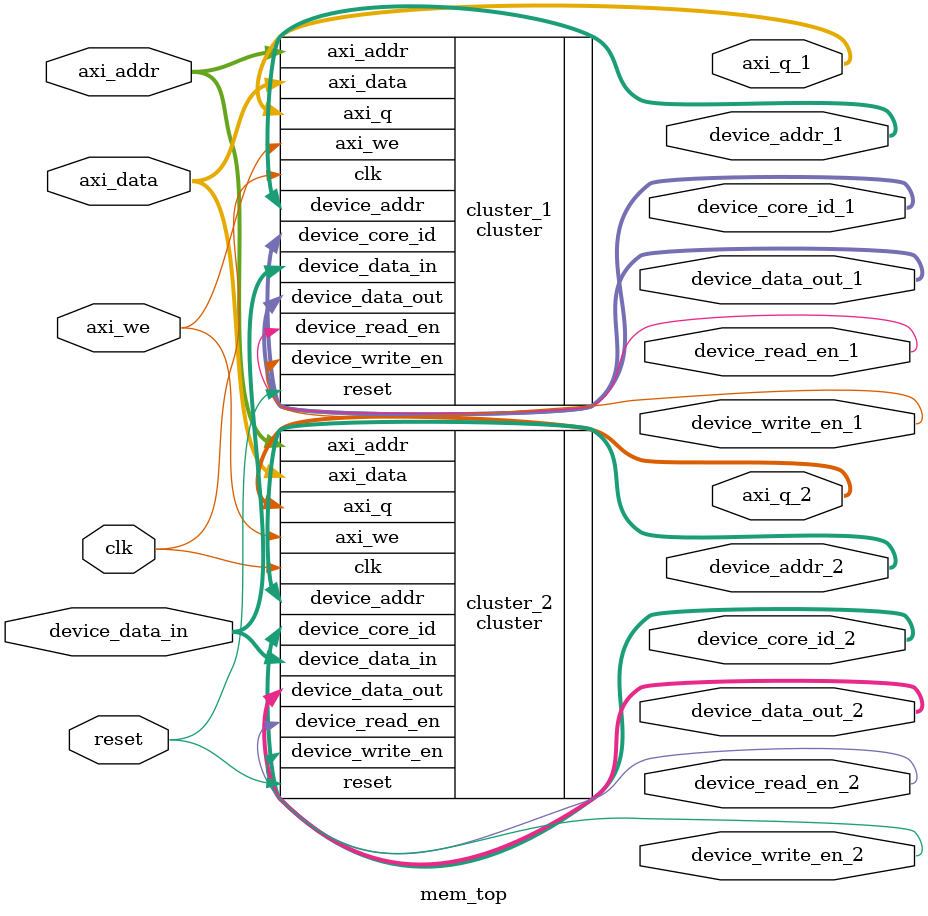
<source format=v>
module mem_top
    #(parameter NUM_CORES = 16,
      parameter LOCAL_MEMORY_SIZE = 512,
      parameter GLOBAL_MEMORY_SIZE = 8192,
      parameter GMEM_ADDR_WIDTH = $clog2(GLOBAL_MEMORY_SIZE) )

    (input          clk,
    input           reset,
    input  [15:0]   device_data_in,
    output          device_write_en_1, //need to verify device_output signals. It is based on device memory select
    output          device_read_en_1,
    output [9:0]    device_addr_1,
    output [15:0]   device_data_out_1,
    output reg [$clog2(NUM_CORES) - 1:0] device_core_id_1,
    
    output          device_write_en_2, //need to verify device_output signals. It is based on device memory select
    output          device_read_en_2,
    output [9:0]    device_addr_2,
    output [15:0]   device_data_out_2,
    output reg [$clog2(NUM_CORES) - 1:0] device_core_id_2,

    input           axi_we,
    input  [15:0]   axi_addr,
    input  [15:0]   axi_data,
    output [15:0]   axi_q_1,
    output [15:0]   axi_q_2);
    
    cluster #(
        .NUM_CORES(NUM_CORES),
        .LOCAL_MEMORY_SIZE(LOCAL_MEMORY_SIZE),
        .GLOBAL_MEMORY_SIZE (GLOBAL_MEMORY_SIZE),
        .GMEM_ADDR_WIDTH (GMEM_ADDR_WIDTH)
      ) cluster_1 (
          .clk    ( clk ),
          .reset  ( reset ),
          .device_data_in   ( device_data_in ),
          .device_write_en  ( device_write_en_1 ),
          .device_read_en   ( device_read_en_1 ),
          .device_addr      ( device_addr_1 ),
          .device_data_out  ( device_data_out_1 ),
          .device_core_id   (device_core_id_1 ),
          .axi_we   (axi_we ),
          .axi_addr (axi_addr ),
          .axi_data (axi_data ),
          .axi_q    (axi_q_1 )
      );
      
      cluster #(
        .NUM_CORES(NUM_CORES),
        .LOCAL_MEMORY_SIZE(LOCAL_MEMORY_SIZE),
        .GLOBAL_MEMORY_SIZE (GLOBAL_MEMORY_SIZE),
        .GMEM_ADDR_WIDTH (GMEM_ADDR_WIDTH)
      ) cluster_2 (
          .clk    ( clk ),
          .reset  ( reset ),
          .device_data_in   ( device_data_in ),
          .device_write_en  ( device_write_en_2 ),
          .device_read_en   ( device_read_en_2 ),
          .device_addr      ( device_addr_2 ),
          .device_data_out  ( device_data_out_2 ),
          .device_core_id   ( device_core_id_2 ),
          .axi_we   ( axi_we ),
          .axi_addr ( axi_addr ),
          .axi_data ( axi_data ),
          .axi_q    ( axi_q_2 )
      );
      
endmodule : mem_top

</source>
